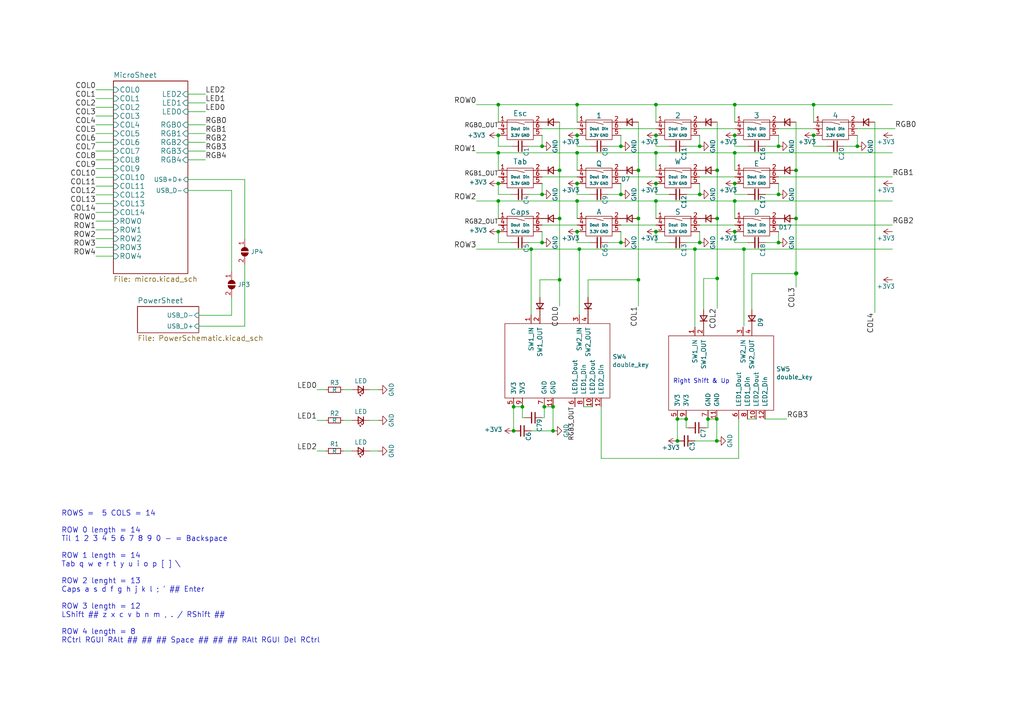
<source format=kicad_sch>
(kicad_sch (version 20211123) (generator eeschema)
  (paper "A4")
  (lib_symbols
    (symbol "Device:C_Small" (pin_numbers hide) (pin_names (offset 0.254) hide)
      (property "Reference" "C" (at 0.254 1.778 0))
      (property "Value" "C_Small" (at 0.254 -2.032 0))
      (symbol "C_Small_0_1"
        (polyline (pts (xy -1.524 -0.508) (xy 1.524 -0.508)) (stroke (width 0.3302)))
        (polyline (pts (xy -1.524 0.508) (xy 1.524 0.508)) (stroke (width 0.3048)))
      )
      (symbol "C_Small_1_1"
        (pin passive line (at 0 2.54 270) (length 2.032) (name "~") (number "1"))
        (pin passive line (at 0 -2.54 90) (length 2.032) (name "~") (number "2"))
      )
    )
    (symbol "Device:D_Small" (pin_numbers hide) (pin_names (offset 0.254) hide)
      (property "Reference" "D" (at -1.27 2.032 0))
      (property "Value" "D_Small" (at -3.81 -2.032 0))
      (symbol "D_Small_0_1"
        (polyline (pts (xy -0.762 -1.016) (xy -0.762 1.016)) (stroke (width 0.254)))
        (polyline (pts (xy -0.762 0) (xy 0.762 0)))
        (polyline (pts (xy 0.762 -1.016) (xy -0.762 0) (xy 0.762 1.016) (xy 0.762 -1.016)) (stroke (width 0.254)))
      )
      (symbol "D_Small_1_1"
        (pin passive line (at -2.54 0 0) (length 1.778) (name "K") (number "1"))
        (pin passive line (at 2.54 0 180) (length 1.778) (name "A") (number "2"))
      )
    )
    (symbol "Device:LED_Small" (pin_numbers hide) (pin_names (offset 0.254) hide)
      (property "Reference" "D" (at -1.27 3.175 0))
      (property "Value" "LED_Small" (at -4.445 -2.54 0))
      (symbol "LED_Small_0_1"
        (polyline (pts (xy -0.762 -1.016) (xy -0.762 1.016)) (stroke (width 0.254)))
        (polyline (pts (xy 1.016 0) (xy -0.762 0)))
        (polyline (pts (xy 0.762 -1.016) (xy -0.762 0) (xy 0.762 1.016) (xy 0.762 -1.016)) (stroke (width 0.254)))
        (polyline (pts (xy 0 0.762) (xy -0.508 1.27) (xy -0.254 1.27) (xy -0.508 1.27) (xy -0.508 1.016)))
        (polyline (pts (xy 0.508 1.27) (xy 0 1.778) (xy 0.254 1.778) (xy 0 1.778) (xy 0 1.524)))
      )
      (symbol "LED_Small_1_1"
        (pin passive line (at -2.54 0 0) (length 1.778) (name "K") (number "1"))
        (pin passive line (at 2.54 0 180) (length 1.778) (name "A") (number "2"))
      )
    )
    (symbol "Device:R_Small" (pin_numbers hide) (pin_names (offset 0.254) hide)
      (property "Reference" "R" (at 0.762 0.508 0))
      (property "Value" "R_Small" (at 0.762 -1.016 0))
      (symbol "R_Small_0_1"
        (rectangle (start -0.762 1.778) (end 0.762 -1.778) (stroke (width 0.2032)))
      )
      (symbol "R_Small_1_1"
        (pin passive line (at 0 2.54 270) (length 0.762) (name "~") (number "1"))
        (pin passive line (at 0 -2.54 90) (length 0.762) (name "~") (number "2"))
      )
    )
    (symbol "FullKeyboardV1-cache:+3.3V" (power) (pin_names (offset 0))
      (property "Value" "+3.3V" (at 0 3.556 0))
      (symbol "+3.3V_0_1"
        (polyline (pts (xy -0.762 1.27) (xy 0 2.54)))
        (polyline (pts (xy 0 0) (xy 0 2.54)))
        (polyline (pts (xy 0 2.54) (xy 0.762 1.27)))
      )
      (symbol "+3.3V_1_1"
        (pin power_in line (at 0 0 90) (length 0) hide (name "+3V3") (number "1"))
      )
    )
    (symbol "Jumper:SolderJumper_2_Open" (pin_names (offset 0) hide)
      (property "Reference" "JP" (at 0 2.032 0))
      (property "Value" "SolderJumper_2_Open" (at 0 -2.54 0))
      (symbol "SolderJumper_2_Open_0_1"
        (arc (start -0.254 1.016) (mid -1.27 0) (end -0.254 -1.016))
        (arc (start -0.254 1.016) (mid -1.27 0) (end -0.254 -1.016) (fill (type outline)))
        (polyline (pts (xy -0.254 1.016) (xy -0.254 -1.016)))
        (polyline (pts (xy 0.254 1.016) (xy 0.254 -1.016)))
        (arc (start 0.254 -1.016) (mid 1.27 0) (end 0.254 1.016))
        (arc (start 0.254 -1.016) (mid 1.27 0) (end 0.254 1.016) (fill (type outline)))
      )
      (symbol "SolderJumper_2_Open_1_1"
        (pin passive line (at -3.81 0 0) (length 2.54) (name "A") (number "1"))
        (pin passive line (at 3.81 0 180) (length 2.54) (name "B") (number "2"))
      )
    )
    (symbol "keyboard:LED_SWITCH" (pin_names (offset 1.016))
      (property "Reference" "SW" (at 0 5.08 0))
      (symbol "LED_SWITCH_0_1"
        (rectangle (start -3.81 0.635) (end 3.81 -5.08))
        (polyline (pts (xy -3.81 0) (xy -1.27 0)))
        (polyline (pts (xy -1.27 0) (xy 1.27 -0.635)))
        (polyline (pts (xy 1.27 0) (xy 3.81 0)))
      )
      (symbol "LED_SWITCH_1_1"
        (pin input line (at -6.35 0 0) (length 2.54) (name "~") (number "1"))
        (pin input line (at 6.35 0 180) (length 2.54) (name "~") (number "2"))
        (pin power_in line (at -6.35 -3.81 0) (length 2.54) (name "3.3V") (number "3"))
        (pin input line (at -6.35 -1.905 0) (length 2.54) (name "Dout") (number "4"))
        (pin input line (at 6.35 -3.81 180) (length 2.54) (name "GND") (number "5"))
        (pin input line (at 6.35 -1.905 180) (length 2.54) (name "Din") (number "6"))
      )
    )
    (symbol "keyboard:double_key" (pin_names (offset 1.016))
      (property "Reference" "SW" (at 3.81 16.51 0))
      (property "Value" "double_key" (at -11.43 19.05 0))
      (symbol "double_key_0_1"
        (rectangle (start 15.24 -11.43) (end -15.24 10.16))
      )
      (symbol "double_key_1_1"
        (pin input line (at -7.62 12.7 270) (length 2.54) (name "SW1_IN") (number "1"))
        (pin input line (at 10.16 -13.97 90) (length 2.54) (name "LED2_Dout") (number "10"))
        (pin input line (at -1.27 -13.97 90) (length 2.54) (name "GND") (number "11"))
        (pin input line (at 12.7 -13.97 90) (length 2.54) (name "LED2_Din") (number "12"))
        (pin input line (at -5.08 12.7 270) (length 2.54) (name "SW1_OUT") (number "2"))
        (pin input line (at 6.35 12.7 270) (length 2.54) (name "SW2_IN") (number "3"))
        (pin input line (at 8.89 12.7 270) (length 2.54) (name "SW2_OUT") (number "4"))
        (pin input line (at -12.7 -13.97 90) (length 2.54) (name "3V3") (number "5"))
        (pin input line (at 5.08 -13.97 90) (length 2.54) (name "LED1_Dout") (number "6"))
        (pin input line (at -3.81 -13.97 90) (length 2.54) (name "GND") (number "7"))
        (pin input line (at 7.62 -13.97 90) (length 2.54) (name "LED1_Din") (number "8"))
        (pin input line (at -10.16 -13.97 90) (length 2.54) (name "3V3") (number "9"))
      )
    )
    (symbol "power:+3.3V" (power) (pin_names (offset 0))
      (property "Value" "+3.3V" (at 0 3.556 0))
      (symbol "+3.3V_0_1"
        (polyline (pts (xy -0.762 1.27) (xy 0 2.54)))
        (polyline (pts (xy 0 0) (xy 0 2.54)))
        (polyline (pts (xy 0 2.54) (xy 0.762 1.27)))
      )
      (symbol "+3.3V_1_1"
        (pin power_in line (at 0 0 90) (length 0) hide (name "+3V3") (number "1"))
      )
    )
    (symbol "power:GND" (power) (pin_names (offset 0))
      (property "Value" "GND" (at 0 -3.81 0))
      (symbol "GND_0_1"
        (polyline (pts (xy 0 0) (xy 0 -1.27) (xy 1.27 -1.27) (xy 0 -2.54) (xy -1.27 -1.27) (xy 0 -1.27)))
      )
      (symbol "GND_1_1"
        (pin power_in line (at 0 0 270) (length 0) hide (name "GND") (number "1"))
      )
    )
  )
  (junction (at 167.386 39.243))
  (junction (at 144.526 39.243))
  (junction (at 230.886 63.373))
  (junction (at 185.166 49.403))
  (junction (at 144.526 44.323))
  (junction (at 157.226 56.388))
  (junction (at 213.106 67.183))
  (junction (at 207.899 121.539))
  (junction (at 225.806 56.388))
  (junction (at 144.526 53.213))
  (junction (at 248.666 42.418))
  (junction (at 157.226 42.418))
  (junction (at 167.386 30.353))
  (junction (at 148.971 124.968))
  (junction (at 196.469 121.539))
  (junction (at 199.009 121.539))
  (junction (at 167.386 44.323))
  (junction (at 190.246 53.213))
  (junction (at 202.946 56.388))
  (junction (at 190.246 58.293))
  (junction (at 157.226 70.358))
  (junction (at 180.086 70.358))
  (junction (at 151.511 117.983))
  (junction (at 168.021 72.263))
  (junction (at 185.166 81.153))
  (junction (at 213.106 39.243))
  (junction (at 144.526 58.293))
  (junction (at 213.106 58.293))
  (junction (at 167.386 53.213))
  (junction (at 230.886 79.375))
  (junction (at 190.246 30.353))
  (junction (at 208.026 49.403))
  (junction (at 196.469 127.889))
  (junction (at 213.106 44.323))
  (junction (at 208.026 80.772))
  (junction (at 162.306 63.373))
  (junction (at 162.306 49.403))
  (junction (at 208.026 63.373))
  (junction (at 162.306 81.153))
  (junction (at 160.401 117.983))
  (junction (at 144.526 30.353))
  (junction (at 167.386 67.183))
  (junction (at 167.386 58.293))
  (junction (at 148.971 117.983))
  (junction (at 213.106 53.213))
  (junction (at 225.806 42.418))
  (junction (at 180.086 42.418))
  (junction (at 213.106 30.353))
  (junction (at 205.359 121.539))
  (junction (at 235.966 39.243))
  (junction (at 144.526 67.183))
  (junction (at 154.051 72.263))
  (junction (at 201.549 72.263))
  (junction (at 185.166 63.373))
  (junction (at 207.899 127.889))
  (junction (at 202.946 70.358))
  (junction (at 190.246 39.243))
  (junction (at 235.966 30.353))
  (junction (at 230.886 79.248))
  (junction (at 231.013 79.248))
  (junction (at 215.773 72.263))
  (junction (at 202.946 42.418))
  (junction (at 180.086 56.388))
  (junction (at 230.886 49.403))
  (junction (at 225.806 70.358))
  (junction (at 157.861 117.983))
  (junction (at 190.246 67.183))
  (junction (at 190.246 44.323))
  (junction (at 160.401 124.968))
  (wire (pts (xy 225.806 51.308) (xy 258.826 51.308)))
  (wire (pts (xy 54.483 52.07) (xy 70.993 52.07)))
  (wire (pts (xy 185.166 81.153) (xy 185.166 88.773)))
  (wire (pts (xy 202.946 70.358) (xy 202.946 67.183)))
  (wire (pts (xy 54.483 29.845) (xy 59.563 29.845)))
  (wire (pts (xy 54.483 41.275) (xy 59.563 41.275)))
  (wire (pts (xy 199.009 124.079) (xy 199.644 124.079)))
  (wire (pts (xy 190.246 56.388) (xy 194.056 56.388)))
  (wire (pts (xy 27.813 59.055) (xy 32.893 59.055)))
  (wire (pts (xy 27.813 56.515) (xy 32.893 56.515)))
  (wire (pts (xy 99.568 130.81) (xy 102.108 130.81)))
  (wire (pts (xy 167.386 30.353) (xy 190.246 30.353)))
  (wire (pts (xy 215.773 72.263) (xy 258.826 72.263)))
  (wire (pts (xy 201.549 127.889) (xy 207.899 127.889)))
  (wire (pts (xy 153.416 70.358) (xy 157.226 70.358)))
  (wire (pts (xy 167.386 63.373) (xy 167.386 58.293)))
  (wire (pts (xy 144.526 30.353) (xy 167.386 30.353)))
  (wire (pts (xy 204.724 124.079) (xy 205.359 124.079)))
  (wire (pts (xy 225.806 53.213) (xy 225.806 56.388)))
  (wire (pts (xy 144.526 63.373) (xy 144.526 58.293)))
  (wire (pts (xy 213.106 30.353) (xy 235.966 30.353)))
  (wire (pts (xy 167.386 65.278) (xy 157.226 65.278)))
  (wire (pts (xy 190.246 42.418) (xy 194.056 42.418)))
  (wire (pts (xy 157.226 42.418) (xy 157.226 39.243)))
  (wire (pts (xy 221.869 121.539) (xy 228.219 121.539)))
  (wire (pts (xy 27.813 64.135) (xy 32.893 64.135)))
  (wire (pts (xy 190.246 35.433) (xy 190.246 30.353)))
  (wire (pts (xy 230.886 79.248) (xy 231.013 79.248)))
  (wire (pts (xy 213.106 39.243) (xy 213.106 42.418)))
  (wire (pts (xy 218.059 79.375) (xy 230.886 79.375)))
  (wire (pts (xy 27.813 69.215) (xy 32.893 69.215)))
  (wire (pts (xy 205.359 121.539) (xy 207.899 121.539)))
  (wire (pts (xy 167.386 42.418) (xy 171.196 42.418)))
  (wire (pts (xy 144.526 35.433) (xy 144.526 30.353)))
  (wire (pts (xy 190.246 58.293) (xy 213.106 58.293)))
  (wire (pts (xy 174.371 132.969) (xy 174.371 117.983)))
  (wire (pts (xy 248.666 42.418) (xy 248.666 39.243)))
  (wire (pts (xy 202.946 65.278) (xy 213.106 65.278)))
  (wire (pts (xy 225.806 42.418) (xy 225.806 39.243)))
  (wire (pts (xy 54.483 46.355) (xy 59.563 46.355)))
  (wire (pts (xy 230.886 49.403) (xy 230.886 63.373)))
  (wire (pts (xy 215.773 94.615) (xy 215.773 72.263)))
  (wire (pts (xy 201.549 72.263) (xy 215.773 72.263)))
  (wire (pts (xy 202.946 39.243) (xy 202.946 42.418)))
  (wire (pts (xy 204.089 80.772) (xy 208.026 80.772)))
  (wire (pts (xy 157.226 70.358) (xy 157.226 67.183)))
  (wire (pts (xy 94.488 130.81) (xy 91.948 130.81)))
  (wire (pts (xy 213.106 53.213) (xy 213.106 56.388)))
  (wire (pts (xy 180.086 65.278) (xy 190.246 65.278)))
  (wire (pts (xy 170.561 81.153) (xy 185.166 81.153)))
  (wire (pts (xy 199.136 56.388) (xy 202.946 56.388)))
  (wire (pts (xy 180.086 51.308) (xy 190.246 51.308)))
  (wire (pts (xy 171.196 70.358) (xy 167.386 70.358)))
  (wire (pts (xy 59.563 27.305) (xy 54.483 27.305)))
  (wire (pts (xy 156.591 81.153) (xy 162.306 81.153)))
  (wire (pts (xy 208.026 80.772) (xy 208.026 89.408)))
  (wire (pts (xy 151.511 121.158) (xy 152.146 121.158)))
  (wire (pts (xy 167.386 56.388) (xy 171.196 56.388)))
  (wire (pts (xy 27.813 36.195) (xy 32.893 36.195)))
  (wire (pts (xy 67.183 86.36) (xy 67.183 91.44)))
  (wire (pts (xy 199.136 70.358) (xy 202.946 70.358)))
  (wire (pts (xy 219.329 121.539) (xy 216.789 121.539)))
  (wire (pts (xy 208.026 49.403) (xy 208.026 63.373)))
  (wire (pts (xy 225.806 37.338) (xy 235.966 37.338)))
  (wire (pts (xy 208.026 35.433) (xy 208.026 49.403)))
  (wire (pts (xy 157.226 121.158) (xy 157.861 121.158)))
  (wire (pts (xy 107.188 130.81) (xy 109.728 130.81)))
  (wire (pts (xy 202.946 56.388) (xy 202.946 53.213)))
  (wire (pts (xy 185.166 63.373) (xy 185.166 81.153)))
  (wire (pts (xy 199.009 121.539) (xy 199.009 124.079)))
  (wire (pts (xy 213.106 56.388) (xy 216.916 56.388)))
  (wire (pts (xy 213.106 49.403) (xy 213.106 44.323)))
  (wire (pts (xy 221.996 70.358) (xy 225.806 70.358)))
  (wire (pts (xy 167.386 49.403) (xy 167.386 44.323)))
  (wire (pts (xy 162.306 49.403) (xy 162.306 63.373)))
  (wire (pts (xy 235.966 30.353) (xy 235.966 35.433)))
  (wire (pts (xy 214.249 132.969) (xy 174.371 132.969)))
  (wire (pts (xy 160.401 117.983) (xy 160.401 124.968)))
  (wire (pts (xy 190.246 44.323) (xy 213.106 44.323)))
  (wire (pts (xy 230.886 79.248) (xy 230.886 79.375)))
  (wire (pts (xy 27.813 38.735) (xy 32.893 38.735)))
  (wire (pts (xy 207.899 127.889) (xy 207.899 121.539)))
  (wire (pts (xy 208.026 63.373) (xy 208.026 80.772)))
  (wire (pts (xy 27.813 43.815) (xy 32.893 43.815)))
  (wire (pts (xy 253.746 35.433) (xy 253.746 90.678)))
  (wire (pts (xy 144.526 42.418) (xy 144.526 39.243)))
  (wire (pts (xy 230.886 63.373) (xy 230.886 79.248)))
  (wire (pts (xy 151.511 117.983) (xy 151.511 121.158)))
  (wire (pts (xy 176.276 42.418) (xy 180.086 42.418)))
  (wire (pts (xy 204.089 89.789) (xy 204.089 80.772)))
  (wire (pts (xy 213.106 70.358) (xy 216.916 70.358)))
  (wire (pts (xy 154.051 91.313) (xy 154.051 72.263)))
  (wire (pts (xy 27.813 51.435) (xy 32.893 51.435)))
  (wire (pts (xy 190.246 63.373) (xy 190.246 58.293)))
  (wire (pts (xy 148.336 70.358) (xy 144.526 70.358)))
  (wire (pts (xy 214.249 121.539) (xy 214.249 132.969)))
  (wire (pts (xy 27.813 61.595) (xy 32.893 61.595)))
  (wire (pts (xy 225.806 70.358) (xy 225.806 67.183)))
  (wire (pts (xy 205.359 124.079) (xy 205.359 121.539)))
  (wire (pts (xy 225.806 65.278) (xy 258.826 65.278)))
  (wire (pts (xy 107.188 121.92) (xy 109.728 121.92)))
  (wire (pts (xy 185.166 35.433) (xy 185.166 49.403)))
  (wire (pts (xy 157.226 51.308) (xy 167.386 51.308)))
  (wire (pts (xy 167.386 44.323) (xy 190.246 44.323)))
  (wire (pts (xy 180.086 70.358) (xy 176.276 70.358)))
  (wire (pts (xy 213.106 44.323) (xy 258.826 44.323)))
  (wire (pts (xy 144.526 70.358) (xy 144.526 67.183)))
  (wire (pts (xy 59.563 43.815) (xy 54.483 43.815)))
  (wire (pts (xy 94.488 121.92) (xy 91.948 121.92)))
  (wire (pts (xy 235.966 30.353) (xy 258.826 30.353)))
  (wire (pts (xy 70.993 52.07) (xy 70.993 69.215)))
  (wire (pts (xy 59.563 32.385) (xy 54.483 32.385)))
  (wire (pts (xy 190.246 30.353) (xy 213.106 30.353)))
  (wire (pts (xy 244.856 42.418) (xy 248.666 42.418)))
  (wire (pts (xy 27.813 71.755) (xy 32.893 71.755)))
  (wire (pts (xy 170.561 86.233) (xy 170.561 81.153)))
  (wire (pts (xy 99.568 121.92) (xy 102.108 121.92)))
  (wire (pts (xy 138.176 72.263) (xy 154.051 72.263)))
  (wire (pts (xy 213.106 63.373) (xy 213.106 58.293)))
  (wire (pts (xy 213.106 35.433) (xy 213.106 30.353)))
  (wire (pts (xy 202.946 42.418) (xy 199.136 42.418)))
  (wire (pts (xy 27.813 46.355) (xy 32.893 46.355)))
  (wire (pts (xy 167.386 58.293) (xy 190.246 58.293)))
  (wire (pts (xy 148.971 124.968) (xy 148.971 117.983)))
  (wire (pts (xy 160.401 124.968) (xy 154.051 124.968)))
  (wire (pts (xy 235.966 42.418) (xy 239.776 42.418)))
  (wire (pts (xy 196.469 121.539) (xy 196.469 127.889)))
  (wire (pts (xy 57.658 94.615) (xy 70.993 94.615)))
  (wire (pts (xy 167.386 53.213) (xy 167.386 56.388)))
  (wire (pts (xy 138.176 30.353) (xy 144.526 30.353)))
  (wire (pts (xy 151.511 117.983) (xy 148.971 117.983)))
  (wire (pts (xy 148.336 42.418) (xy 144.526 42.418)))
  (wire (pts (xy 213.106 42.418) (xy 216.916 42.418)))
  (wire (pts (xy 218.059 79.375) (xy 218.059 89.789)))
  (wire (pts (xy 70.993 76.835) (xy 70.993 94.615)))
  (wire (pts (xy 107.188 113.03) (xy 109.728 113.03)))
  (wire (pts (xy 144.526 56.388) (xy 144.526 53.213)))
  (wire (pts (xy 67.183 91.44) (xy 57.658 91.44)))
  (wire (pts (xy 213.106 67.183) (xy 213.106 70.358)))
  (wire (pts (xy 190.246 67.183) (xy 190.246 70.358)))
  (wire (pts (xy 27.813 48.895) (xy 32.893 48.895)))
  (wire (pts (xy 27.813 26.035) (xy 32.893 26.035)))
  (wire (pts (xy 171.831 117.983) (xy 169.291 117.983)))
  (wire (pts (xy 190.246 39.243) (xy 190.246 42.418)))
  (wire (pts (xy 190.246 49.403) (xy 190.246 44.323)))
  (wire (pts (xy 59.563 38.735) (xy 54.483 38.735)))
  (wire (pts (xy 221.996 42.418) (xy 225.806 42.418)))
  (wire (pts (xy 201.549 72.263) (xy 201.549 94.869)))
  (wire (pts (xy 162.306 81.153) (xy 162.306 88.773)))
  (wire (pts (xy 225.806 56.388) (xy 221.996 56.388)))
  (wire (pts (xy 190.246 53.213) (xy 190.246 56.388)))
  (wire (pts (xy 154.051 72.263) (xy 168.021 72.263)))
  (wire (pts (xy 27.813 31.115) (xy 32.893 31.115)))
  (wire (pts (xy 156.591 86.233) (xy 156.591 81.153)))
  (wire (pts (xy 27.813 33.655) (xy 32.893 33.655)))
  (wire (pts (xy 180.086 56.388) (xy 180.086 53.213)))
  (wire (pts (xy 153.416 42.418) (xy 157.226 42.418)))
  (wire (pts (xy 190.246 70.358) (xy 194.056 70.358)))
  (wire (pts (xy 153.416 56.388) (xy 157.226 56.388)))
  (wire (pts (xy 27.813 53.975) (xy 32.893 53.975)))
  (wire (pts (xy 27.813 41.275) (xy 32.893 41.275)))
  (wire (pts (xy 27.813 28.575) (xy 32.893 28.575)))
  (wire (pts (xy 168.021 72.263) (xy 201.549 72.263)))
  (wire (pts (xy 27.813 66.675) (xy 32.893 66.675)))
  (wire (pts (xy 157.226 56.388) (xy 157.226 53.213)))
  (wire (pts (xy 157.861 117.983) (xy 160.401 117.983)))
  (wire (pts (xy 54.483 36.195) (xy 59.563 36.195)))
  (wire (pts (xy 248.666 37.338) (xy 259.588 37.338)))
  (wire (pts (xy 27.813 74.295) (xy 32.893 74.295)))
  (wire (pts (xy 180.086 42.418) (xy 180.086 39.243)))
  (wire (pts (xy 180.086 37.338) (xy 190.246 37.338)))
  (wire (pts (xy 230.886 79.375) (xy 230.886 83.312)))
  (wire (pts (xy 157.861 121.158) (xy 157.861 117.983)))
  (wire (pts (xy 202.946 51.308) (xy 213.106 51.308)))
  (wire (pts (xy 168.021 91.313) (xy 168.021 72.263)))
  (wire (pts (xy 99.568 113.03) (xy 102.108 113.03)))
  (wire (pts (xy 167.386 39.243) (xy 167.386 42.418)))
  (wire (pts (xy 213.106 58.293) (xy 258.826 58.293)))
  (wire (pts (xy 148.336 56.388) (xy 144.526 56.388)))
  (wire (pts (xy 144.526 44.323) (xy 167.386 44.323)))
  (wire (pts (xy 138.176 58.293) (xy 144.526 58.293)))
  (wire (pts (xy 185.166 49.403) (xy 185.166 63.373)))
  (wire (pts (xy 180.086 67.183) (xy 180.086 70.358)))
  (wire (pts (xy 157.226 37.338) (xy 167.386 37.338)))
  (wire (pts (xy 167.386 70.358) (xy 167.386 67.183)))
  (wire (pts (xy 94.488 113.03) (xy 91.948 113.03)))
  (wire (pts (xy 235.966 39.243) (xy 235.966 42.418)))
  (wire (pts (xy 176.276 56.388) (xy 180.086 56.388)))
  (wire (pts (xy 138.176 44.323) (xy 144.526 44.323)))
  (wire (pts (xy 162.306 63.373) (xy 162.306 81.153)))
  (wire (pts (xy 196.469 121.539) (xy 199.009 121.539)))
  (wire (pts (xy 230.886 35.433) (xy 230.886 49.403)))
  (wire (pts (xy 144.526 49.403) (xy 144.526 44.323)))
  (wire (pts (xy 67.183 55.245) (xy 67.183 78.74)))
  (wire (pts (xy 54.483 55.245) (xy 67.183 55.245)))
  (wire (pts (xy 202.946 37.338) (xy 213.106 37.338)))
  (wire (pts (xy 144.526 58.293) (xy 167.386 58.293)))
  (wire (pts (xy 167.386 35.433) (xy 167.386 30.353)))
  (wire (pts (xy 162.306 35.433) (xy 162.306 49.403)))
  (text "Right Shift & Up" (at 195.199 111.379 0) (effects (font (size 1.27 1.27)) (justify left bottom)))
  (text "ROWS =  5 COLS = 14\n\nROW 0 length = 14\nTil 1 2 3 4 5 6 7 8 9 0 - = Backspace\n\nROW 1 length = 14\nTab q w e r t y u i o p [ ] \\\n\nROW 2 lenght = 13\nCaps a s d f g h j k l ; ' ## Enter\n\nROW 3 length = 12\nLShift ## z x c v b n m , . / RShift ##\n\nROW 4 length = 8\nRCtrl RGUI RAlt ## ## ## Space ## ## ## RAlt RGUI Del RCtrl" (at 17.78 186.69 0) (effects (font (size 1.524 1.524)) (justify left bottom)))
  (label "RGB2" (at 258.826 65.278 0) (effects (font (size 1.524 1.524))))
  (label "LED0" (at 59.563 32.385 0) (effects (font (size 1.524 1.524))))
  (label "COL8" (at 27.813 46.355 180) (effects (font (size 1.524 1.524))))
  (label "COL4" (at 27.813 36.195 180) (effects (font (size 1.524 1.524))))
  (label "COL1" (at 27.813 28.575 180) (effects (font (size 1.524 1.524))))
  (label "ROW2" (at 138.176 58.293 180) (effects (font (size 1.524 1.524))))
  (label "ROW1" (at 27.813 66.675 180) (effects (font (size 1.524 1.524))))
  (label "RGB1" (at 258.826 51.308 0) (effects (font (size 1.524 1.524))))
  (label "RGB3" (at 228.219 121.539 0) (effects (font (size 1.524 1.524))))
  (label "ROW0" (at 27.813 64.135 180) (effects (font (size 1.524 1.524))))
  (label "COL4" (at 253.746 90.678 270) (effects (font (size 1.524 1.524))))
  (label "RGB0_OUT" (at 144.526 37.338 180))
  (label "ROW3" (at 27.813 71.755 180) (effects (font (size 1.524 1.524))))
  (label "LED1" (at 91.948 121.92 180) (effects (font (size 1.524 1.524))))
  (label "COL12" (at 27.813 56.515 180) (effects (font (size 1.524 1.524))))
  (label "COL1" (at 185.166 88.773 270) (effects (font (size 1.524 1.524))))
  (label "COL3" (at 230.886 83.312 270) (effects (font (size 1.524 1.524))))
  (label "COL5" (at 27.813 38.735 180) (effects (font (size 1.524 1.524))))
  (label "COL3" (at 27.813 33.655 180) (effects (font (size 1.524 1.524))))
  (label "RGB2_OUT" (at 144.526 65.278 180))
  (label "RGB1" (at 59.563 38.735 0) (effects (font (size 1.524 1.524))))
  (label "RGB1_OUT" (at 144.526 51.308 180))
  (label "LED0" (at 91.948 113.03 180) (effects (font (size 1.524 1.524))))
  (label "COL11" (at 27.813 53.975 180) (effects (font (size 1.524 1.524))))
  (label "COL6" (at 27.813 41.275 180) (effects (font (size 1.524 1.524))))
  (label "COL13" (at 27.813 59.055 180) (effects (font (size 1.524 1.524))))
  (label "ROW4" (at 27.813 74.295 180) (effects (font (size 1.524 1.524))))
  (label "LED1" (at 59.563 29.845 0) (effects (font (size 1.524 1.524))))
  (label "LED2" (at 91.948 130.81 180) (effects (font (size 1.524 1.524))))
  (label "COL14" (at 27.813 61.595 180) (effects (font (size 1.524 1.524))))
  (label "COL0" (at 27.813 26.035 180) (effects (font (size 1.524 1.524))))
  (label "RGB0" (at 59.563 36.195 0) (effects (font (size 1.524 1.524))))
  (label "RGB3" (at 59.563 43.815 0) (effects (font (size 1.524 1.524))))
  (label "ROW1" (at 138.176 44.323 180) (effects (font (size 1.524 1.524))))
  (label "RGB4" (at 59.563 46.355 0) (effects (font (size 1.524 1.524))))
  (label "COL2" (at 208.026 89.408 270) (effects (font (size 1.524 1.524))))
  (label "ROW3" (at 138.176 72.263 180) (effects (font (size 1.524 1.524))))
  (label "COL2" (at 27.813 31.115 180) (effects (font (size 1.524 1.524))))
  (label "RGB0" (at 259.588 37.338 0) (effects (font (size 1.524 1.524))))
  (label "RGB3_OUT" (at 166.751 117.983 270))
  (label "COL10" (at 27.813 51.435 180) (effects (font (size 1.524 1.524))))
  (label "ROW0" (at 138.176 30.353 180) (effects (font (size 1.524 1.524))))
  (label "COL0" (at 162.306 88.773 270) (effects (font (size 1.524 1.524))))
  (label "LED2" (at 59.563 27.305 0) (effects (font (size 1.524 1.524))))
  (label "COL7" (at 27.813 43.815 180) (effects (font (size 1.524 1.524))))
  (label "RGB2" (at 59.563 41.275 0) (effects (font (size 1.524 1.524))))
  (label "COL9" (at 27.813 48.895 180) (effects (font (size 1.524 1.524))))
  (label "ROW2" (at 27.813 69.215 180) (effects (font (size 1.524 1.524))))
  (symbol (lib_id "Device:LED_Small") (at 104.648 130.81 180) (unit 1)
    (property "Reference" "D70" (effects hide))
    (property "Value" "LED" (at 104.648 128.27 0))
    (property "Footprint" "LED_SMD:LED_0603_1608Metric" (effects hide))
  )
  (symbol (lib_id "Device:LED_Small") (at 104.648 121.92 180) (unit 1)
    (property "Reference" "D71" (effects hide))
    (property "Value" "LED" (at 104.648 119.38 0))
    (property "Footprint" "LED_SMD:LED_0603_1608Metric" (effects hide))
  )
  (symbol (lib_id "Device:LED_Small") (at 104.648 113.03 180) (unit 1)
    (property "Reference" "D72" (effects hide))
    (property "Value" "LED" (at 104.648 110.49 0))
    (property "Footprint" "LED_SMD:LED_0603_1608Metric" (effects hide))
  )
  (symbol (lib_id "Device:R_Small") (at 97.028 130.81 90) (unit 1)
    (property "Reference" "R1" (at 97.028 128.778 90))
    (property "Value" "R" (at 97.028 130.81 90))
    (property "Footprint" "Resistor_SMD:R_0603_1608Metric" (effects hide))
  )
  (symbol (lib_id "Device:R_Small") (at 97.028 121.92 90) (unit 1)
    (property "Reference" "R2" (at 97.028 119.888 90))
    (property "Value" "R" (at 97.028 121.92 90))
    (property "Footprint" "Resistor_SMD:R_0603_1608Metric" (effects hide))
  )
  (symbol (lib_id "Device:R_Small") (at 97.028 113.03 90) (unit 1)
    (property "Reference" "R3" (at 97.028 110.998 90))
    (property "Value" "R" (at 97.028 113.03 90))
    (property "Footprint" "Resistor_SMD:R_0603_1608Metric" (effects hide))
  )
  (symbol (lib_id "power:GND") (at 109.728 130.81 90) (unit 1)
    (property "Reference" "#PWR01" (effects hide))
    (property "Value" "GND" (at 113.538 130.81 0))
  )
  (symbol (lib_id "power:GND") (at 109.728 121.92 90) (unit 1)
    (property "Reference" "#PWR02" (effects hide))
    (property "Value" "GND" (at 113.538 121.92 0))
  )
  (symbol (lib_id "power:GND") (at 109.728 113.03 90) (unit 1)
    (property "Reference" "#PWR03" (effects hide))
    (property "Value" "GND" (at 113.538 113.03 0))
  )
  (symbol (lib_id "Device:C_Small") (at 196.596 56.388 270) (unit 1)
    (property "Reference" "C12" (at 198.374 56.642 0) (effects (justify left)))
    (property "Value" "C_Small" (effects hide))
    (property "Footprint" "Capacitor_SMD:C_0603_1608Metric" (effects hide))
  )
  (symbol (lib_id "Device:C_Small") (at 173.736 56.388 270) (unit 1)
    (property "Reference" "C9" (at 175.514 56.642 0) (effects (justify left)))
    (property "Value" "C_Small" (effects hide))
    (property "Footprint" "Capacitor_SMD:C_0603_1608Metric" (effects hide))
  )
  (symbol (lib_id "Device:C_Small") (at 173.736 42.418 270) (unit 1)
    (property "Reference" "C8" (at 175.514 42.672 0) (effects (justify left)))
    (property "Value" "C_Small" (effects hide))
    (property "Footprint" "Capacitor_SMD:C_0603_1608Metric" (effects hide))
  )
  (symbol (lib_id "Device:C_Small") (at 196.596 42.418 270) (unit 1)
    (property "Reference" "C11" (at 198.374 42.672 0) (effects (justify left)))
    (property "Value" "C_Small" (effects hide))
    (property "Footprint" "Capacitor_SMD:C_0603_1608Metric" (effects hide))
  )
  (symbol (lib_id "Device:C_Small") (at 219.456 42.418 270) (unit 1)
    (property "Reference" "C16" (at 221.234 42.672 0) (effects (justify left)))
    (property "Value" "C_Small" (effects hide))
    (property "Footprint" "Capacitor_SMD:C_0603_1608Metric" (effects hide))
  )
  (symbol (lib_id "Device:C_Small") (at 219.456 56.388 270) (unit 1)
    (property "Reference" "C17" (at 221.234 56.642 0) (effects (justify left)))
    (property "Value" "C_Small" (effects hide))
    (property "Footprint" "Capacitor_SMD:C_0603_1608Metric" (effects hide))
  )
  (symbol (lib_id "Device:C_Small") (at 219.456 70.358 270) (unit 1)
    (property "Reference" "C18" (at 221.234 70.612 0) (effects (justify left)))
    (property "Value" "C_Small" (effects hide))
    (property "Footprint" "Capacitor_SMD:C_0603_1608Metric" (effects hide))
  )
  (symbol (lib_id "Device:C_Small") (at 196.596 70.358 270) (unit 1)
    (property "Reference" "C13" (at 198.374 70.612 0) (effects (justify left)))
    (property "Value" "C_Small" (effects hide))
    (property "Footprint" "Capacitor_SMD:C_0603_1608Metric" (effects hide))
  )
  (symbol (lib_id "Device:C_Small") (at 151.511 124.968 270) (unit 1)
    (property "Reference" "C6" (at 153.289 125.222 0) (effects (justify left)))
    (property "Value" "C_Small" (effects hide))
    (property "Footprint" "Capacitor_SMD:C_0603_1608Metric" (effects hide))
  )
  (symbol (lib_id "Device:C_Small") (at 150.876 70.358 270) (unit 1)
    (property "Reference" "C5" (at 152.654 70.612 0) (effects (justify left)))
    (property "Value" "C_Small" (effects hide))
    (property "Footprint" "Capacitor_SMD:C_0603_1608Metric" (effects hide))
  )
  (symbol (lib_id "Device:C_Small") (at 150.876 56.388 270) (unit 1)
    (property "Reference" "C4" (at 152.654 56.642 0) (effects (justify left)))
    (property "Value" "C_Small" (effects hide))
    (property "Footprint" "Capacitor_SMD:C_0603_1608Metric" (effects hide))
  )
  (symbol (lib_id "Device:C_Small") (at 150.876 42.418 270) (unit 1)
    (property "Reference" "C1" (at 152.654 42.672 0) (effects (justify left)))
    (property "Value" "C_Small" (effects hide))
    (property "Footprint" "Capacitor_SMD:C_0603_1608Metric" (effects hide))
  )
  (symbol (lib_id "Device:C_Small") (at 242.316 42.418 270) (unit 1)
    (property "Reference" "C20" (at 244.094 42.672 0) (effects (justify left)))
    (property "Value" "C_Small" (effects hide))
    (property "Footprint" "Capacitor_SMD:C_0603_1608Metric" (effects hide))
  )
  (symbol (lib_id "power:GND") (at 157.226 42.418 90) (unit 1)
    (property "Reference" "#PWR067" (effects hide))
    (property "Value" "GND" (at 161.036 42.418 0))
  )
  (symbol (lib_id "Device:C_Small") (at 173.736 70.358 270) (unit 1)
    (property "Reference" "C65" (at 175.514 70.612 0) (effects (justify left)))
    (property "Value" "C_Small" (effects hide))
    (property "Footprint" "Capacitor_SMD:C_0603_1608Metric" (effects hide))
  )
  (symbol (lib_id "power:+3.3V") (at 144.526 39.243 90) (unit 1)
    (property "Reference" "#PWR0134" (effects hide))
    (property "Value" "+3.3V" (at 138.176 39.243 90))
  )
  (symbol (lib_id "keyboard:LED_SWITCH") (at 150.876 35.433 0) (unit 1)
    (property "Reference" "SW1" (effects hide))
    (property "Value" "Esc" (at 150.876 32.893 0) (effects (font (size 1.524 1.524))))
    (property "Footprint" "keyboard:RGB_CHERRY_PCB_100H_HOTSWAP" (effects hide))
  )
  (symbol (lib_id "Device:D_Small") (at 159.766 35.433 0) (unit 1)
    (property "Reference" "D1" (effects hide))
    (property "Value" "D_Small" (effects hide))
    (property "Footprint" "Diode_SMD:D_SOD-123" (effects hide))
  )
  (symbol (lib_id "keyboard:LED_SWITCH") (at 173.736 35.433 0) (unit 1)
    (property "Reference" "SW6" (effects hide))
    (property "Value" "1" (at 173.736 33.528 0) (effects (font (size 1.524 1.524))))
    (property "Footprint" "keyboard:RGB_CHERRY_PCB_100H_HOTSWAP" (effects hide))
  )
  (symbol (lib_id "Device:D_Small") (at 182.626 35.433 0) (unit 1)
    (property "Reference" "D6" (effects hide))
    (property "Value" "D_Small" (effects hide))
    (property "Footprint" "Diode_SMD:D_SOD-123" (effects hide))
  )
  (symbol (lib_id "keyboard:LED_SWITCH") (at 196.596 35.433 0) (unit 1)
    (property "Reference" "SW10" (effects hide))
    (property "Value" "2" (at 196.596 33.528 0) (effects (font (size 1.524 1.524))))
    (property "Footprint" "keyboard:RGB_CHERRY_PCB_100H_HOTSWAP" (effects hide))
  )
  (symbol (lib_id "Device:D_Small") (at 205.486 35.433 0) (unit 1)
    (property "Reference" "D10" (effects hide))
    (property "Value" "D_Small" (effects hide))
    (property "Footprint" "Diode_SMD:D_SOD-123" (effects hide))
  )
  (symbol (lib_id "keyboard:LED_SWITCH") (at 219.456 35.433 0) (unit 1)
    (property "Reference" "SW15" (effects hide))
    (property "Value" "3" (at 219.456 33.528 0) (effects (font (size 1.524 1.524))))
    (property "Footprint" "keyboard:RGB_CHERRY_PCB_100H_HOTSWAP" (effects hide))
  )
  (symbol (lib_id "Device:D_Small") (at 228.346 35.433 0) (unit 1)
    (property "Reference" "D15" (effects hide))
    (property "Value" "D_Small" (effects hide))
    (property "Footprint" "Diode_SMD:D_SOD-123" (effects hide))
  )
  (symbol (lib_id "keyboard:LED_SWITCH") (at 242.316 35.433 0) (unit 1)
    (property "Reference" "SW19" (effects hide))
    (property "Value" "4" (at 242.316 33.528 0) (effects (font (size 1.524 1.524))))
    (property "Footprint" "keyboard:RGB_CHERRY_PCB_100H_HOTSWAP" (effects hide))
  )
  (symbol (lib_id "Device:D_Small") (at 251.206 35.433 0) (unit 1)
    (property "Reference" "D19" (effects hide))
    (property "Value" "D_Small" (effects hide))
    (property "Footprint" "Diode_SMD:D_SOD-123" (effects hide))
  )
  (symbol (lib_id "keyboard:LED_SWITCH") (at 150.876 49.403 0) (unit 1)
    (property "Reference" "SW2" (effects hide))
    (property "Value" "Tab" (at 150.876 46.863 0) (effects (font (size 1.524 1.524))))
    (property "Footprint" "keyboard:RGB_CHERRY_PCB_150H_HOTSWAP" (effects hide))
  )
  (symbol (lib_id "Device:D_Small") (at 159.766 49.403 0) (unit 1)
    (property "Reference" "D2" (effects hide))
    (property "Value" "D_Small" (effects hide))
    (property "Footprint" "Diode_SMD:D_SOD-123" (effects hide))
  )
  (symbol (lib_id "keyboard:LED_SWITCH") (at 173.736 49.403 0) (unit 1)
    (property "Reference" "SW7" (effects hide))
    (property "Value" "Q" (at 173.736 47.498 0) (effects (font (size 1.524 1.524))))
    (property "Footprint" "keyboard:RGB_CHERRY_PCB_100H_HOTSWAP" (effects hide))
  )
  (symbol (lib_id "Device:D_Small") (at 182.626 49.403 0) (unit 1)
    (property "Reference" "D7" (at 180.086 51.943 0) (effects (justify left)))
    (property "Value" "D_Small" (effects hide))
    (property "Footprint" "Diode_SMD:D_SOD-123" (effects hide))
  )
  (symbol (lib_id "keyboard:LED_SWITCH") (at 196.596 49.403 0) (unit 1)
    (property "Reference" "SW11" (effects hide))
    (property "Value" "W" (at 196.596 46.863 0) (effects (font (size 1.524 1.524))))
    (property "Footprint" "keyboard:RGB_CHERRY_PCB_100H_HOTSWAP" (effects hide))
  )
  (symbol (lib_id "Device:D_Small") (at 205.486 49.403 0) (unit 1)
    (property "Reference" "D11" (effects hide))
    (property "Value" "D_Small" (effects hide))
    (property "Footprint" "Diode_SMD:D_SOD-123" (effects hide))
  )
  (symbol (lib_id "keyboard:LED_SWITCH") (at 219.456 49.403 0) (unit 1)
    (property "Reference" "SW16" (effects hide))
    (property "Value" "E" (at 219.456 47.498 0) (effects (font (size 1.524 1.524))))
    (property "Footprint" "keyboard:RGB_CHERRY_PCB_100H_HOTSWAP" (effects hide))
  )
  (symbol (lib_id "Device:D_Small") (at 228.346 49.403 0) (unit 1)
    (property "Reference" "D16" (effects hide))
    (property "Value" "D_Small" (effects hide))
    (property "Footprint" "Diode_SMD:D_SOD-123" (effects hide))
  )
  (symbol (lib_id "keyboard:LED_SWITCH") (at 150.876 63.373 0) (unit 1)
    (property "Reference" "SW3" (effects hide))
    (property "Value" "Caps" (at 150.876 61.468 0) (effects (font (size 1.524 1.524))))
    (property "Footprint" "keyboard:RGB_CHERRY_PCB_175H_HOTSWAP" (effects hide))
  )
  (symbol (lib_id "Device:D_Small") (at 159.766 63.373 0) (unit 1)
    (property "Reference" "D3" (effects hide))
    (property "Value" "D_Small" (effects hide))
    (property "Footprint" "Diode_SMD:D_SOD-123" (effects hide))
  )
  (symbol (lib_id "keyboard:LED_SWITCH") (at 173.736 63.373 0) (unit 1)
    (property "Reference" "SW8" (effects hide))
    (property "Value" "A" (at 173.736 61.468 0) (effects (font (size 1.524 1.524))))
    (property "Footprint" "keyboard:RGB_CHERRY_PCB_100H_HOTSWAP" (effects hide))
  )
  (symbol (lib_id "Device:D_Small") (at 182.626 63.373 0) (unit 1)
    (property "Reference" "D8" (effects hide))
    (property "Value" "D_Small" (effects hide))
    (property "Footprint" "Diode_SMD:D_SOD-123" (effects hide))
  )
  (symbol (lib_id "keyboard:LED_SWITCH") (at 196.596 63.373 0) (unit 1)
    (property "Reference" "SW12" (effects hide))
    (property "Value" "S" (at 196.596 61.468 0) (effects (font (size 1.524 1.524))))
    (property "Footprint" "keyboard:RGB_CHERRY_PCB_100H_HOTSWAP" (effects hide))
  )
  (symbol (lib_id "Device:D_Small") (at 205.486 63.373 0) (unit 1)
    (property "Reference" "D12" (effects hide))
    (property "Value" "D_Small" (effects hide))
    (property "Footprint" "Diode_SMD:D_SOD-123" (effects hide))
  )
  (symbol (lib_id "keyboard:LED_SWITCH") (at 219.456 63.373 0) (unit 1)
    (property "Reference" "SW17" (effects hide))
    (property "Value" "D" (at 219.456 61.468 0) (effects (font (size 1.524 1.524))))
    (property "Footprint" "keyboard:RGB_CHERRY_PCB_100H_HOTSWAP" (effects hide))
  )
  (symbol (lib_id "Device:D_Small") (at 228.346 63.373 0) (unit 1)
    (property "Reference" "D17" (at 225.806 65.913 0) (effects (justify left)))
    (property "Value" "D_Small" (effects hide))
    (property "Footprint" "Diode_SMD:D_SOD-123" (effects hide))
  )
  (symbol (lib_id "Device:D_Small") (at 156.591 88.773 90) (unit 1)
    (property "Reference" "D4" (effects hide))
    (property "Value" "D_Small" (effects hide))
    (property "Footprint" "Diode_SMD:D_SOD-123" (effects hide))
  )
  (symbol (lib_id "power:GND") (at 157.226 70.358 90) (unit 1)
    (property "Reference" "#PWR04" (effects hide))
    (property "Value" "GND" (at 161.036 70.358 0))
  )
  (symbol (lib_id "power:GND") (at 160.401 124.968 90) (unit 1)
    (property "Reference" "#PWR05" (effects hide))
    (property "Value" "GND" (at 164.211 124.968 0))
  )
  (symbol (lib_id "power:GND") (at 225.806 70.358 90) (unit 1)
    (property "Reference" "#PWR013" (effects hide))
    (property "Value" "GND" (at 229.616 70.358 0))
  )
  (symbol (lib_id "power:GND") (at 202.946 70.358 90) (unit 1)
    (property "Reference" "#PWR014" (effects hide))
    (property "Value" "GND" (at 206.756 70.358 0))
  )
  (symbol (lib_id "power:GND") (at 180.086 70.358 90) (unit 1)
    (property "Reference" "#PWR015" (effects hide))
    (property "Value" "GND" (at 183.896 70.358 0))
  )
  (symbol (lib_id "power:GND") (at 157.226 56.388 90) (unit 1)
    (property "Reference" "#PWR016" (effects hide))
    (property "Value" "GND" (at 161.036 56.388 0))
  )
  (symbol (lib_id "power:GND") (at 180.086 56.388 90) (unit 1)
    (property "Reference" "#PWR017" (effects hide))
    (property "Value" "GND" (at 183.896 56.388 0))
  )
  (symbol (lib_id "power:GND") (at 202.946 56.388 90) (unit 1)
    (property "Reference" "#PWR018" (effects hide))
    (property "Value" "GND" (at 206.756 56.388 0))
  )
  (symbol (lib_id "power:GND") (at 225.806 56.388 90) (unit 1)
    (property "Reference" "#PWR019" (effects hide))
    (property "Value" "GND" (at 229.616 56.388 0))
  )
  (symbol (lib_id "power:GND") (at 202.946 42.418 90) (unit 1)
    (property "Reference" "#PWR056" (effects hide))
    (property "Value" "GND" (at 206.756 42.418 0))
  )
  (symbol (lib_id "power:GND") (at 225.806 42.418 90) (unit 1)
    (property "Reference" "#PWR057" (effects hide))
    (property "Value" "GND" (at 229.616 42.418 0))
  )
  (symbol (lib_id "power:GND") (at 248.666 42.418 90) (unit 1)
    (property "Reference" "#PWR058" (effects hide))
    (property "Value" "GND" (at 252.476 42.418 0))
  )
  (symbol (lib_id "power:GND") (at 180.086 42.418 90) (unit 1)
    (property "Reference" "#PWR064" (effects hide))
    (property "Value" "GND" (at 183.896 42.418 0))
  )
  (symbol (lib_id "Device:D_Small") (at 170.561 88.773 90) (unit 1)
    (property "Reference" "D77" (effects hide))
    (property "Value" "D_Small" (effects hide))
    (property "Footprint" "Diode_SMD:D_SOD-123" (effects hide))
  )
  (symbol (lib_id "Device:C_Small") (at 154.686 121.158 270) (unit 1)
    (property "Reference" "C79" (at 156.464 121.412 0) (effects (justify left)))
    (property "Value" "C_Small" (effects hide))
    (property "Footprint" "Capacitor_SMD:C_0603_1608Metric" (effects hide))
  )
  (symbol (lib_id "Jumper:SolderJumper_2_Open") (at 67.183 82.55 270) (unit 1)
    (property "Reference" "JP3" (at 68.9102 82.55 90) (effects (justify left)))
    (property "Value" "SolderJumper_2_Open" (effects hide))
    (property "Footprint" "Jumper:SolderJumper-2_P1.3mm_Open_RoundedPad1.0x1.5mm" (effects hide))
  )
  (symbol (lib_id "Jumper:SolderJumper_2_Open") (at 70.993 73.025 270) (unit 1)
    (property "Reference" "JP4" (at 72.7202 73.025 90) (effects (justify left)))
    (property "Value" "SolderJumper_2_Open" (effects hide))
    (property "Footprint" "Jumper:SolderJumper-2_P1.3mm_Open_RoundedPad1.0x1.5mm" (effects hide))
  )
  (symbol (lib_id "keyboard:double_key") (at 161.671 104.013 0) (unit 1)
    (property "Reference" "SW4" (at 177.6222 103.4796 0) (effects (justify left)))
    (property "Value" "double_key" (at 177.6222 105.791 0) (effects (justify left)))
    (property "Footprint" "keyboard:RGB_CHERRY_SHIFT_ROW_LEFT" (effects hide))
  )
  (symbol (lib_id "power:+3.3V") (at 167.386 39.243 90) (unit 1)
    (property "Reference" "#PWR0101" (effects hide))
    (property "Value" "+3.3V" (at 165.481 41.148 90))
  )
  (symbol (lib_id "FullKeyboardV1-cache:+3.3V") (at 144.526 67.183 90) (unit 1)
    (property "Reference" "#PWR0102" (effects hide))
    (property "Value" "+3.3V" (at 141.2748 66.802 90) (effects (justify left)))
  )
  (symbol (lib_id "FullKeyboardV1-cache:+3.3V") (at 144.526 53.213 90) (unit 1)
    (property "Reference" "#PWR0103" (effects hide))
    (property "Value" "+3.3V" (at 141.2748 52.832 90) (effects (justify left)))
  )
  (symbol (lib_id "FullKeyboardV1-cache:+3.3V") (at 148.971 124.968 90) (unit 1)
    (property "Reference" "#PWR0104" (effects hide))
    (property "Value" "+3.3V" (at 145.7198 124.587 90) (effects (justify left)))
  )
  (symbol (lib_id "power:+3.3V") (at 167.386 53.213 90) (unit 1)
    (property "Reference" "#PWR0105" (effects hide))
    (property "Value" "+3.3V" (at 165.481 55.118 90))
  )
  (symbol (lib_id "power:+3.3V") (at 167.386 67.183 90) (unit 1)
    (property "Reference" "#PWR0106" (effects hide))
    (property "Value" "+3.3V" (at 165.481 69.088 90))
  )
  (symbol (lib_id "power:+3.3V") (at 190.246 67.183 90) (unit 1)
    (property "Reference" "#PWR0108" (effects hide))
    (property "Value" "+3.3V" (at 188.341 69.088 90))
  )
  (symbol (lib_id "power:+3.3V") (at 190.246 53.213 90) (unit 1)
    (property "Reference" "#PWR0109" (effects hide))
    (property "Value" "+3.3V" (at 188.341 55.118 90))
  )
  (symbol (lib_id "power:+3.3V") (at 190.246 39.243 90) (unit 1)
    (property "Reference" "#PWR0110" (effects hide))
    (property "Value" "+3.3V" (at 188.341 41.148 90))
  )
  (symbol (lib_id "power:+3.3V") (at 213.106 39.243 90) (unit 1)
    (property "Reference" "#PWR0111" (effects hide))
    (property "Value" "+3.3V" (at 211.201 41.148 90))
  )
  (symbol (lib_id "power:+3.3V") (at 213.106 53.213 90) (unit 1)
    (property "Reference" "#PWR0112" (effects hide))
    (property "Value" "+3.3V" (at 211.201 55.118 90))
  )
  (symbol (lib_id "power:+3.3V") (at 213.106 67.183 90) (unit 1)
    (property "Reference" "#PWR0113" (effects hide))
    (property "Value" "+3.3V" (at 211.201 69.088 90))
  )
  (symbol (lib_id "power:+3.3V") (at 235.966 39.243 90) (unit 1)
    (property "Reference" "#PWR0118" (effects hide))
    (property "Value" "+3.3V" (at 234.061 41.148 90))
  )
  (symbol (lib_id "power:+3.3V") (at 258.826 81.153 90) (unit 1)
    (property "Reference" "#PWR0119" (effects hide))
    (property "Value" "+3.3V" (at 256.921 83.058 90))
  )
  (symbol (lib_id "power:+3.3V") (at 258.826 67.183 90) (unit 1)
    (property "Reference" "#PWR0120" (effects hide))
    (property "Value" "+3.3V" (at 256.921 69.088 90))
  )
  (symbol (lib_id "power:+3.3V") (at 258.826 53.213 90) (unit 1)
    (property "Reference" "#PWR0121" (effects hide))
    (property "Value" "+3.3V" (at 256.921 55.118 90))
  )
  (symbol (lib_id "power:+3.3V") (at 258.826 39.243 90) (unit 1)
    (property "Reference" "#PWR0122" (effects hide))
    (property "Value" "+3.3V" (at 256.921 41.148 90))
  )
  (symbol (lib_id "power:+3.3V") (at 196.469 127.889 90) (unit 1)
    (property "Reference" "#PWR0114" (effects hide))
    (property "Value" "+3.3V" (at 194.564 129.794 90))
  )
  (symbol (lib_id "Device:D_Small") (at 218.059 92.329 90) (unit 1)
    (property "Reference" "D9" (at 220.599 94.869 0) (effects (justify left)))
    (property "Value" "D_Small" (effects hide))
    (property "Footprint" "Diode_SMD:D_SOD-123" (effects hide))
  )
  (symbol (lib_id "power:GND") (at 207.899 127.889 90) (unit 1)
    (property "Reference" "#PWR0115" (effects hide))
    (property "Value" "GND" (at 211.709 127.889 0))
  )
  (symbol (lib_id "Device:D_Small") (at 204.089 92.329 90) (unit 1)
    (property "Reference" "D5" (effects hide))
    (property "Value" "D_Small" (effects hide))
    (property "Footprint" "Diode_SMD:D_SOD-123" (effects hide))
  )
  (symbol (lib_id "Device:C_Small") (at 199.009 127.889 270) (unit 1)
    (property "Reference" "C3" (at 200.787 128.143 0) (effects (justify left)))
    (property "Value" "C_Small" (effects hide))
    (property "Footprint" "Capacitor_SMD:C_0603_1608Metric" (effects hide))
  )
  (symbol (lib_id "keyboard:double_key") (at 209.169 107.569 0) (unit 1)
    (property "Reference" "SW5" (at 225.1202 107.0356 0) (effects (justify left)))
    (property "Value" "double_key" (at 225.1202 109.347 0) (effects (justify left)))
    (property "Footprint" "keyboard:RGB_CHERRY_SHIFT_RIGHT_2.0" (effects hide))
  )
  (symbol (lib_id "Device:C_Small") (at 202.184 124.079 270) (unit 1)
    (property "Reference" "C7" (at 203.962 124.333 0) (effects (justify left)))
    (property "Value" "C_Small" (effects hide))
    (property "Footprint" "Capacitor_SMD:C_0603_1608Metric" (effects hide))
  )
  (sheet (at 32.893 23.495) (size 21.59 55.88)
    (property "Sheet name" "MicroSheet" (at 32.893 22.6564 0) (effects (font (size 1.524 1.524)) (justify left bottom)))
    (property "Sheet file" "micro.kicad_sch" (at 32.893 80.0612 0) (effects (font (size 1.524 1.524)) (justify left top)))
    (pin "COL0" input (at 32.893 26.035 180) (effects (font (size 1.524 1.524))))
    (pin "COL1" input (at 32.893 28.575 180) (effects (font (size 1.524 1.524))))
    (pin "COL2" input (at 32.893 31.115 180) (effects (font (size 1.524 1.524))))
    (pin "COL3" input (at 32.893 33.655 180) (effects (font (size 1.524 1.524))))
    (pin "COL4" input (at 32.893 36.195 180) (effects (font (size 1.524 1.524))))
    (pin "COL5" input (at 32.893 38.735 180) (effects (font (size 1.524 1.524))))
    (pin "COL6" input (at 32.893 41.275 180) (effects (font (size 1.524 1.524))))
    (pin "COL7" input (at 32.893 43.815 180) (effects (font (size 1.524 1.524))))
    (pin "COL8" input (at 32.893 46.355 180) (effects (font (size 1.524 1.524))))
    (pin "COL9" input (at 32.893 48.895 180) (effects (font (size 1.524 1.524))))
    (pin "COL10" input (at 32.893 51.435 180) (effects (font (size 1.524 1.524))))
    (pin "COL11" input (at 32.893 53.975 180) (effects (font (size 1.524 1.524))))
    (pin "COL12" input (at 32.893 56.515 180) (effects (font (size 1.524 1.524))))
    (pin "COL13" input (at 32.893 59.055 180) (effects (font (size 1.524 1.524))))
    (pin "ROW0" input (at 32.893 64.135 180) (effects (font (size 1.524 1.524))))
    (pin "ROW1" input (at 32.893 66.675 180) (effects (font (size 1.524 1.524))))
    (pin "ROW2" input (at 32.893 69.215 180) (effects (font (size 1.524 1.524))))
    (pin "ROW3" input (at 32.893 71.755 180) (effects (font (size 1.524 1.524))))
    (pin "ROW4" input (at 32.893 74.295 180) (effects (font (size 1.524 1.524))))
    (pin "LED0" input (at 54.483 32.385 0) (effects (font (size 1.524 1.524))))
    (pin "LED1" input (at 54.483 29.845 0) (effects (font (size 1.524 1.524))))
    (pin "LED2" input (at 54.483 27.305 0) (effects (font (size 1.524 1.524))))
    (pin "RGB0" input (at 54.483 36.195 0) (effects (font (size 1.524 1.524))))
    (pin "RGB1" input (at 54.483 38.735 0) (effects (font (size 1.524 1.524))))
    (pin "RGB2" input (at 54.483 41.275 0) (effects (font (size 1.524 1.524))))
    (pin "RGB3" input (at 54.483 43.815 0) (effects (font (size 1.524 1.524))))
    (pin "RGB4" input (at 54.483 46.355 0) (effects (font (size 1.524 1.524))))
    (pin "COL14" input (at 32.893 61.595 180) (effects (font (size 1.524 1.524))))
    (pin "USB_D-" input (at 54.483 55.245 0))
    (pin "USB+D+" input (at 54.483 52.07 0))
  )
  (sheet (at 39.878 88.9) (size 17.78 7.62)
    (property "Sheet name" "PowerSheet" (at 39.878 88.0614 0) (effects (font (size 1.524 1.524)) (justify left bottom)))
    (property "Sheet file" "PowerSchematic.kicad_sch" (at 39.878 97.2062 0) (effects (font (size 1.524 1.524)) (justify left top)))
    (pin "USB_D-" input (at 57.658 91.44 0))
    (pin "USB_D+" input (at 57.658 94.615 0))
  )
)
</source>
